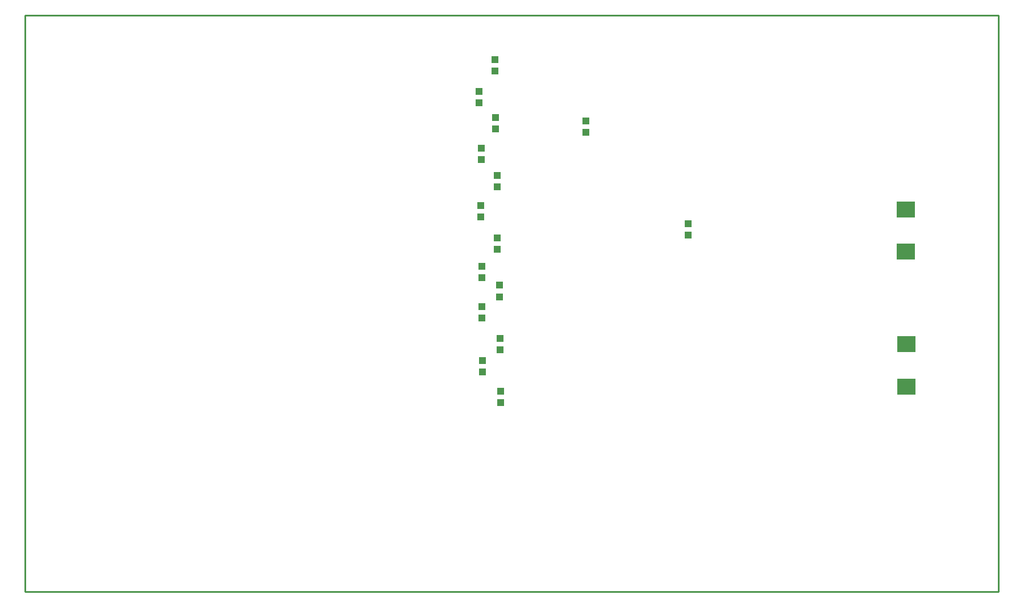
<source format=gbp>
G04 Layer_Color=128*
%FSLAX44Y44*%
%MOMM*%
G71*
G01*
G75*
%ADD20R,1.1001X1.0000*%
%ADD34R,2.8001X2.4001*%
%ADD42C,0.2540*%
D20*
X961898Y553075D02*
D03*
Y536077D02*
D03*
X935228Y581543D02*
D03*
Y598541D02*
D03*
X1241552Y786013D02*
D03*
Y803011D02*
D03*
X1088898Y956173D02*
D03*
Y939175D02*
D03*
X961644Y614563D02*
D03*
Y631561D02*
D03*
X934085Y662188D02*
D03*
Y679186D02*
D03*
X961009Y693811D02*
D03*
Y710809D02*
D03*
X934339Y722513D02*
D03*
Y739511D02*
D03*
X953516Y1030742D02*
D03*
Y1047740D02*
D03*
X956945Y764423D02*
D03*
Y781421D02*
D03*
X933069Y812683D02*
D03*
Y829681D02*
D03*
X957453Y857387D02*
D03*
Y874385D02*
D03*
X933323Y898281D02*
D03*
Y915279D02*
D03*
X954278Y943747D02*
D03*
Y960745D02*
D03*
X930402Y982990D02*
D03*
Y999988D02*
D03*
D34*
X1565910Y823981D02*
D03*
Y760979D02*
D03*
X1566418Y560065D02*
D03*
Y623067D02*
D03*
D42*
X254000Y254000D02*
X1703837D01*
X1704088Y254251D01*
Y1113539D01*
X1704340Y1113790D01*
X254000D02*
X1704340D01*
X254000Y254000D02*
Y1113790D01*
M02*

</source>
